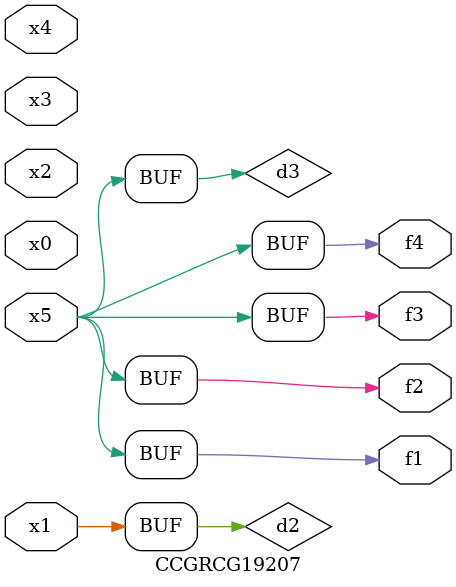
<source format=v>
module CCGRCG19207(
	input x0, x1, x2, x3, x4, x5,
	output f1, f2, f3, f4
);

	wire d1, d2, d3;

	not (d1, x5);
	or (d2, x1);
	xnor (d3, d1);
	assign f1 = d3;
	assign f2 = d3;
	assign f3 = d3;
	assign f4 = d3;
endmodule

</source>
